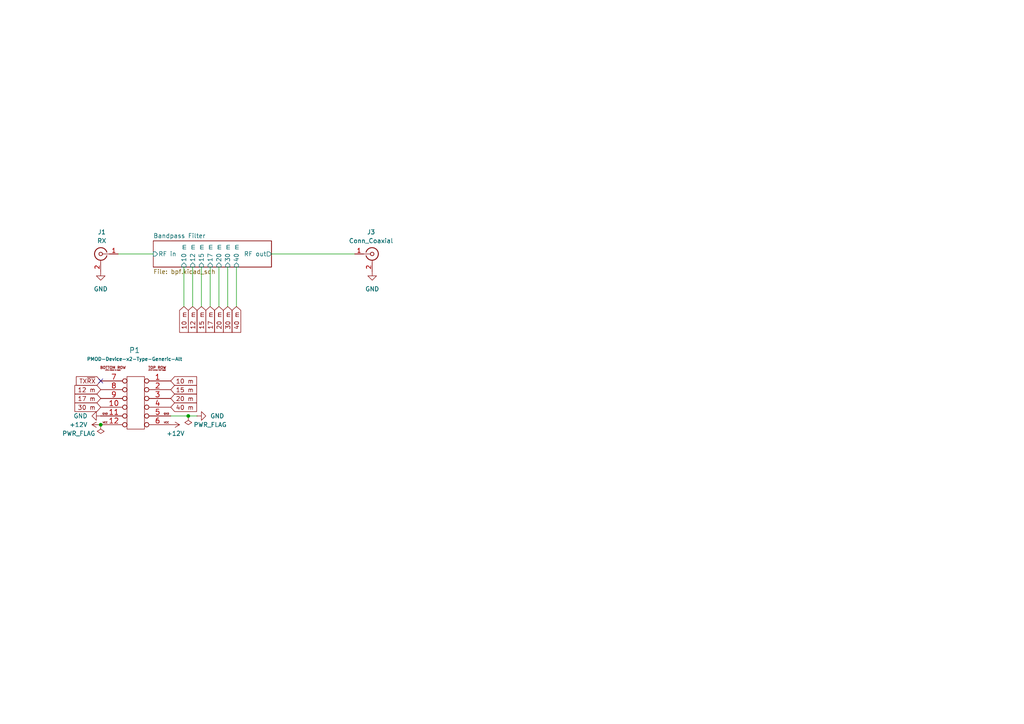
<source format=kicad_sch>
(kicad_sch (version 20231120) (generator "eeschema") (generator_version "8.0")
  (paper "A4")
  (lib_symbols
    (symbol "Conn_Coaxial_1" (pin_names (offset 1.016) hide)
      (property "Reference" "J" (at 0.254 3.048 0))
      (property "Value" "Conn_Coaxial" (at 2.921 0 90))
      (symbol "Conn_Coaxial_1_0_1"
        (arc (start -1.778 -0.508) (mid 0.2311 -1.8066) (end 1.778 0) (stroke (width 0.254)))
        (polyline (pts (xy -2.54 0) (xy -0.508 0)))
        (polyline (pts (xy 0 -2.54) (xy 0 -1.778)))
        (circle (center 0 0) (radius 0.508) (stroke (width 0.2032)))
        (arc (start 1.778 0) (mid 0.2099 1.8101) (end -1.778 0.508) (stroke (width 0.254)))
      )
      (symbol "Conn_Coaxial_1_1_1"
        (pin passive line (at -5.08 0 0) (length 2.54) (name "In") (number "1"))
        (pin passive line (at 0 -5.08 90) (length 2.54) (name "Ext") (number "2"))
      )
    )
    (symbol "Connector:Conn_Coaxial" (pin_names (offset 1.016) hide)
      (property "Reference" "J" (at 0.254 3.048 0))
      (property "Value" "Conn_Coaxial" (at 2.921 0 90))
      (symbol "Conn_Coaxial_0_1"
        (arc (start -1.778 -0.508) (mid 0.2311 -1.8066) (end 1.778 0) (stroke (width 0.254)))
        (polyline (pts (xy -2.54 0) (xy -0.508 0)))
        (polyline (pts (xy 0 -2.54) (xy 0 -1.778)))
        (circle (center 0 0) (radius 0.508) (stroke (width 0.2032)))
        (arc (start 1.778 0) (mid 0.2099 1.8101) (end -1.778 0.508) (stroke (width 0.254)))
      )
      (symbol "Conn_Coaxial_1_1"
        (pin passive line (at -5.08 0 0) (length 2.54) (name "In") (number "1"))
        (pin passive line (at 0 -5.08 90) (length 2.54) (name "Ext") (number "2"))
      )
    )
    (symbol "pmod:PMOD-Device-x2-Type-Generic-Alt" (pin_names (offset 1.016) hide)
      (property "Reference" "P" (at 2.54 16.51 0))
      (property "Value" "PMOD-Device-x2-Type-Generic-Alt" (at 2.286 -1.016 0))
      (symbol "PMOD-Device-x2-Type-Generic-Alt_0_0"
        (text "(Pins closest to edge)" (at -4.064 17.272 0) (effects (font (size 0.254 0.254)) (justify top)))
        (text "(Pins furthest from edge)" (at 8.763 17.272 0) (effects (font (size 0.254 0.254)) (justify top)))
        (text "BOTTOM ROW" (at -4.064 18.288 0) (effects (font (size 0.762 0.762)) (justify top)))
        (text "GND" (at -6.35 4.445 0) (effects (font (size 0.508 0.508))))
        (text "GND" (at 11.43 4.445 0) (effects (font (size 0.508 0.508))))
        (text "TOP ROW" (at 8.763 18.288 0) (effects (font (size 0.762 0.762)) (justify top)))
        (text "VCC" (at -6.35 1.905 0) (effects (font (size 0.508 0.508))))
        (text "VCC" (at 11.43 1.905 0) (effects (font (size 0.508 0.508))))
      )
      (symbol "PMOD-Device-x2-Type-Generic-Alt_0_1"
        (rectangle (start 5.08 15.24) (end 0 0))
      )
      (symbol "PMOD-Device-x2-Type-Generic-Alt_1_1"
        (pin passive inverted (at 12.7 13.97 180) (length 7.62) (name "P1") (number "1"))
        (pin passive inverted (at -7.62 6.35 0) (length 7.62) (name "P10") (number "10"))
        (pin passive inverted (at -7.62 3.81 0) (length 7.62) (name "P11") (number "11"))
        (pin passive inverted (at -7.62 1.27 0) (length 7.62) (name "P12") (number "12"))
        (pin passive inverted (at 12.7 11.43 180) (length 7.62) (name "P2") (number "2"))
        (pin passive inverted (at 12.7 8.89 180) (length 7.62) (name "P3") (number "3"))
        (pin passive inverted (at 12.7 6.35 180) (length 7.62) (name "P4") (number "4"))
        (pin passive inverted (at 12.7 3.81 180) (length 7.62) (name "P5") (number "5"))
        (pin passive inverted (at 12.7 1.27 180) (length 7.62) (name "P6") (number "6"))
        (pin passive inverted (at -7.62 13.97 0) (length 7.62) (name "P7") (number "7"))
        (pin passive inverted (at -7.62 11.43 0) (length 7.62) (name "P8") (number "8"))
        (pin passive inverted (at -7.62 8.89 0) (length 7.62) (name "P9") (number "9"))
      )
    )
    (symbol "power:+12V" (power) (pin_numbers hide) (pin_names (offset 0) hide)
      (property "Value" "+12V" (at 0 3.556 0))
      (symbol "+12V_0_1"
        (polyline (pts (xy -0.762 1.27) (xy 0 2.54)))
        (polyline (pts (xy 0 0) (xy 0 2.54)))
        (polyline (pts (xy 0 2.54) (xy 0.762 1.27)))
      )
      (symbol "+12V_1_1"
        (pin power_in line (at 0 0 90) (length 0) (name "~") (number "1"))
      )
    )
    (symbol "power:GND" (power) (pin_numbers hide) (pin_names (offset 0) hide)
      (property "Value" "GND" (at 0 -3.81 0))
      (symbol "GND_0_1"
        (polyline (pts (xy 0 0) (xy 0 -1.27) (xy 1.27 -1.27) (xy 0 -2.54) (xy -1.27 -1.27) (xy 0 -1.27)))
      )
      (symbol "GND_1_1"
        (pin power_in line (at 0 0 270) (length 0) (name "~") (number "1"))
      )
    )
    (symbol "power:PWR_FLAG" (power) (pin_numbers hide) (pin_names (offset 0) hide)
      (property "Value" "PWR_FLAG" (at 0 3.81 0))
      (symbol "PWR_FLAG_0_0"
        (pin power_out line (at 0 0 90) (length 0) (name "~") (number "1"))
      )
      (symbol "PWR_FLAG_0_1"
        (polyline (pts (xy 0 0) (xy 0 1.27) (xy -1.016 1.905) (xy 0 2.54) (xy 1.016 1.905) (xy 0 1.27)))
      )
    )
  )
  (junction (at 54.61 120.65))
  (junction (at 29.21 123.19))
  (no_connect (at 29.21 110.49))
  (wire (pts (xy 54.61 120.65) (xy 57.15 120.65)))
  (wire (pts (xy 58.42 77.47) (xy 58.42 88.9)))
  (wire (pts (xy 63.5 77.47) (xy 63.5 88.9)))
  (wire (pts (xy 78.74 73.66) (xy 102.87 73.66)))
  (wire (pts (xy 60.96 77.47) (xy 60.96 88.9)))
  (wire (pts (xy 68.58 77.47) (xy 68.58 88.9)))
  (wire (pts (xy 55.88 77.47) (xy 55.88 88.9)))
  (wire (pts (xy 49.53 120.65) (xy 54.61 120.65)))
  (wire (pts (xy 53.34 77.47) (xy 53.34 88.9)))
  (wire (pts (xy 34.29 73.66) (xy 44.45 73.66)))
  (wire (pts (xy 66.04 77.47) (xy 66.04 88.9)))
  (global_label "20 m" (shape input) (at 49.53 115.57 0) (property "Intersheetrefs" "${INTERSHEET_REFS}" (effects (hide yes))))
  (global_label "TX~{RX}" (shape input) (at 29.21 110.49 180) (property "Intersheetrefs" "${INTERSHEET_REFS}" (effects (hide yes))))
  (global_label "40 m" (shape input) (at 68.58 88.9 270) (property "Intersheetrefs" "${INTERSHEET_REFS}" (effects (hide yes))))
  (global_label "17 m" (shape input) (at 60.96 88.9 270) (property "Intersheetrefs" "${INTERSHEET_REFS}" (effects (hide yes))))
  (global_label "15 m" (shape input) (at 58.42 88.9 270) (property "Intersheetrefs" "${INTERSHEET_REFS}" (effects (hide yes))))
  (global_label "20 m" (shape input) (at 63.5 88.9 270) (property "Intersheetrefs" "${INTERSHEET_REFS}" (effects (hide yes))))
  (global_label "12 m" (shape input) (at 29.21 113.03 180) (property "Intersheetrefs" "${INTERSHEET_REFS}" (effects (hide yes))))
  (global_label "10 m" (shape input) (at 49.53 110.49 0) (property "Intersheetrefs" "${INTERSHEET_REFS}" (effects (hide yes))))
  (global_label "10 m" (shape input) (at 53.34 88.9 270) (property "Intersheetrefs" "${INTERSHEET_REFS}" (effects (hide yes))))
  (global_label "40 m" (shape input) (at 49.53 118.11 0) (property "Intersheetrefs" "${INTERSHEET_REFS}" (effects (hide yes))))
  (global_label "12 m" (shape input) (at 55.88 88.9 270) (property "Intersheetrefs" "${INTERSHEET_REFS}" (effects (hide yes))))
  (global_label "30 m" (shape input) (at 29.21 118.11 180) (property "Intersheetrefs" "${INTERSHEET_REFS}" (effects (hide yes))))
  (global_label "15 m" (shape input) (at 49.53 113.03 0) (property "Intersheetrefs" "${INTERSHEET_REFS}" (effects (hide yes))))
  (global_label "17 m" (shape input) (at 29.21 115.57 180) (property "Intersheetrefs" "${INTERSHEET_REFS}" (effects (hide yes))))
  (global_label "30 m" (shape input) (at 66.04 88.9 270) (property "Intersheetrefs" "${INTERSHEET_REFS}" (effects (hide yes))))
  (symbol (lib_id "power:GND") (at 57.15 120.65 90) (unit 1)
    (property "Reference" "#PWR022" (effects (hide yes)))
    (property "Value" "GND" (at 60.96 120.6499 90) (effects (justify right)))
    (property "Description" "Power symbol creates a global label with name \"GND\" , ground" (effects (hide yes)))
  )
  (symbol (lib_id "power:PWR_FLAG") (at 54.61 120.65 0) (mirror x) (unit 1)
    (property "Reference" "#FLG01" (effects (hide yes)))
    (property "Value" "PWR_FLAG" (at 60.96 123.19 0))
    (property "Description" "Special symbol for telling ERC where power comes from" (effects (hide yes)))
  )
  (symbol (lib_id "power:GND") (at 107.95 78.74 0) (mirror y) (unit 1)
    (property "Reference" "#PWR04" (effects (hide yes)))
    (property "Value" "GND" (at 107.95 83.82 0))
    (property "Description" "Power symbol creates a global label with name \"GND\" , ground" (effects (hide yes)))
  )
  (symbol (lib_id "Connector:Conn_Coaxial") (at 107.95 73.66 0) (unit 1)
    (property "Reference" "J3" (at 107.6326 67.31 0))
    (property "Value" "Conn_Coaxial" (at 107.6326 69.85 0))
    (property "Footprint" "Connector_Coaxial:SMA_Molex_73251-2200_Horizontal" (effects (hide yes)))
    (property "Description" "coaxial connector (BNC, SMA, SMB, SMC, Cinch/RCA, LEMO, ...)" (effects (hide yes)))
  )
  (symbol (lib_id "power:+12V") (at 49.53 123.19 270) (unit 1)
    (property "Reference" "#PWR015" (effects (hide yes)))
    (property "Value" "+12V" (at 48.26 125.73 90) (effects (justify left)))
    (property "Description" "Power symbol creates a global label with name \"+12V\"" (effects (hide yes)))
  )
  (symbol (lib_id "power:+12V") (at 29.21 123.19 90) (unit 1)
    (property "Reference" "#PWR014" (effects (hide yes)))
    (property "Value" "+12V" (at 25.4 123.1899 90) (effects (justify left)))
    (property "Description" "Power symbol creates a global label with name \"+12V\"" (effects (hide yes)))
  )
  (symbol (lib_id "power:PWR_FLAG") (at 29.21 123.19 180) (unit 1)
    (property "Reference" "#FLG02" (effects (hide yes)))
    (property "Value" "PWR_FLAG" (at 22.86 125.73 0))
    (property "Description" "Special symbol for telling ERC where power comes from" (effects (hide yes)))
  )
  (symbol (lib_id "power:GND") (at 29.21 78.74 0) (unit 1)
    (property "Reference" "#PWR02" (effects (hide yes)))
    (property "Value" "GND" (at 29.21 83.82 0))
    (property "Description" "Power symbol creates a global label with name \"GND\" , ground" (effects (hide yes)))
  )
  (symbol (lib_name "Conn_Coaxial_1") (lib_id "Connector:Conn_Coaxial") (at 29.21 73.66 0) (mirror y) (unit 1)
    (property "Reference" "J1" (at 29.5274 67.31 0))
    (property "Value" "RX" (at 29.5274 69.85 0))
    (property "Footprint" "Connector_Coaxial:SMA_Molex_73251-2200_Horizontal" (effects (hide yes)))
    (property "Description" "coaxial connector (BNC, SMA, SMB, SMC, Cinch/RCA, LEMO, ...)" (effects (hide yes)))
  )
  (symbol (lib_id "power:GND") (at 29.21 120.65 270) (unit 1)
    (property "Reference" "#PWR023" (effects (hide yes)))
    (property "Value" "GND" (at 25.4 120.6499 90) (effects (justify right)))
    (property "Description" "Power symbol creates a global label with name \"GND\" , ground" (effects (hide yes)))
  )
  (symbol (lib_id "pmod:PMOD-Device-x2-Type-Generic-Alt") (at 36.83 124.46 0) (unit 1)
    (property "Reference" "P1" (at 39.0383 101.6 0) (effects (font (size 1.524 1.524))))
    (property "Value" "PMOD-Device-x2-Type-Generic-Alt" (at 39.0383 104.14 0) (effects (font (size 0.9906 0.9906))))
    (property "Footprint" "pmod-conn_6x2:pmod_pin_array_6x2" (effects (hide yes)))
  )
  (sheet (at 44.45 69.85) (size 34.29 7.62) (stroke (width 0.1524))
    (property "Sheetname" "Bandpass Filter" (at 44.45 69.1384 0) (effects (justify left bottom)))
    (property "Sheetfile" "bpf.kicad_sch" (at 44.45 78.0546 0) (effects (justify left top)))
    (pin "RF in" input (at 44.45 73.66 180))
    (pin "RF out" output (at 78.74 73.66 0))
    (pin "20 m" input (at 63.5 77.47 270))
    (pin "40 m" input (at 68.58 77.47 270))
    (pin "30 m" input (at 66.04 77.47 270))
    (pin "15 m" input (at 58.42 77.47 270))
    (pin "17 m" input (at 60.96 77.47 270))
    (pin "12 m" input (at 55.88 77.47 270))
    (pin "10 m" input (at 53.34 77.47 270))
  )
)
</source>
